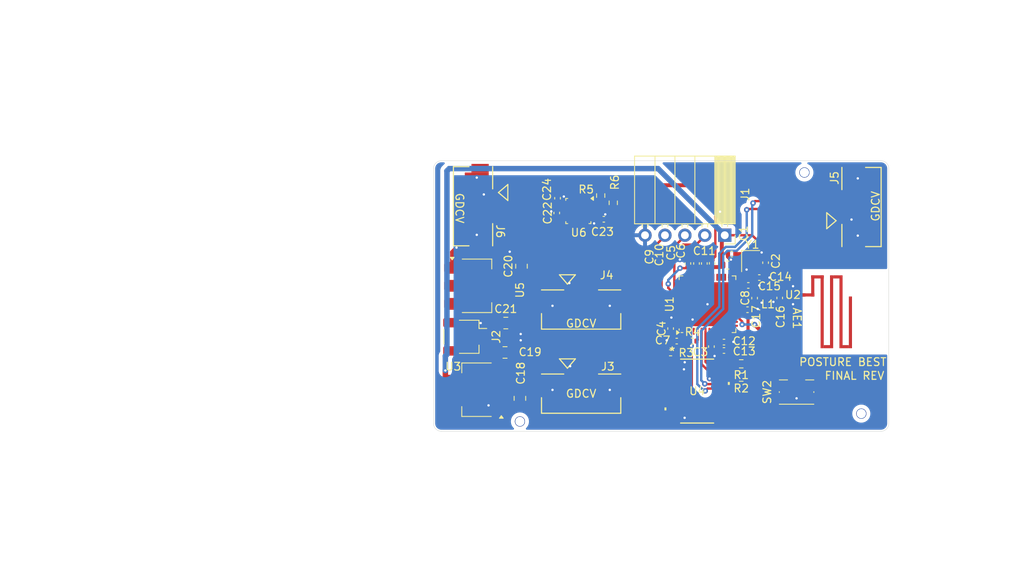
<source format=kicad_pcb>
(kicad_pcb (version 20240108) (generator "pcbnew") (generator_version "8.0")
  (layers (0 "F.Cu" signal) (31 "B.Cu" power) (34 "B.Paste" user) (35 "F.Paste" user) (36 "B.SilkS" user "B.Silkscreen") (37 "F.SilkS" user "F.Silkscreen") (38 "B.Mask" user) (39 "F.Mask" user) (44 "Edge.Cuts" user))
  (net 0 "")
  (net 1 "GND")
  (net 2 "+3.3V")
  (net 5 "Net-(U1-PB8)")
  (net 10 "Net-(U1-OSC_IN)")
  (net 14 "Net-(U1-OSC_OUT)")
  (net 17 "Net-(U1-PB9)")
  (net 19 "Net-(U1-NRST(PB11))")
  (net 23 "LB_CLK")
  (net 26 "RF_OUT")
  (net 27 "+3.3VA")
  (net 30 "LB_DA")
  (net 31 "Net-(U1-PA6)")
  (net 38 "VBUS")
  (net 39 "Net-(U4-*RESET)")
  (net 40 "RS_DA")
  (net 41 "Net-(U2-IN)")
  (net 42 "Net-(AE1-A)")
  (net 43 "RS_CLK")
  (net 44 "MB_DA")
  (net 45 "MB_CLK")
  (net 46 "LS_DA")
  (net 47 "LS_CLK")
  (net 48 "Net-(U1-PH3)")
  (net 49 "Net-(U4-SD0)")
  (net 50 "+1V8")
  (net 51 "Net-(U4-SC0)")
  (net 52 "Net-(J1-Pin_3)")
  (net 53 "SWO")
  (net 69 "Net-(U6-REGOUT)")
  (net 76 "Net-(J1-Pin_2)")
  (footprint "Sensor_Motion:InvenSense_QFN-24_3x3mm_P0.4mm" (layer "F.Cu") (at 173.443101 72.413101 -90)
    (property "Reference" "U6")
    (property "Value" "ICM-20948")
  )
  (footprint "Capacitor_SMD:C_0805_2012Metric" (layer "F.Cu") (at 164.2 86.7)
    (property "Reference" "C21")
    (property "Value" "22u")
  )
  (footprint "Capacitor_SMD:C_0402_1005Metric" (layer "F.Cu") (at 189.5 79.1 90)
    (property "Reference" "C5")
    (property "Value" "100n")
  )
  (footprint "Capacitor_SMD:C_0402_1005Metric" (layer "F.Cu") (at 190.4 89.7 -90)
    (property "Reference" "C3")
    (property "Value" "0.1uF")
  )
  (footprint "Capacitor_SMD:C_0402_1005Metric" (layer "F.Cu") (at 192 90.2)
    (property "Reference" "C13")
    (property "Value" "1u")
  )
  (footprint "Package_TO_SOT_SMD:SOT-223-3_TabPin2" (layer "F.Cu") (at 160.5 81.95)
    (property "Reference" "U5")
    (property "Value" "AMS1117-1.8")
  )
  (footprint "Connector_PinSocket_2.54mm:PinSocket_1x05_P2.54mm_Horizontal" (layer "F.Cu") (at 192.1 75.5 -90)
    (property "Reference" "J1")
    (property "Value" "Conn_01x05_Socket")
  )
  (footprint "Resistor_SMD:R_0603_1608Metric" (layer "F.Cu") (at 176.293101 70.438101 90)
    (property "Reference" "R5")
    (property "Value" "1k2")
  )
  (footprint "pcb_antenna:meander_antenna_stm32wb10cc" (layer "F.Cu") (at 202.0125 83.1625)
    (property "Reference" "AE1")
    (property "Value" "Antenna")
  )
  (footprint "Capacitor_SMD:C_0402_1005Metric" (layer "F.Cu") (at 192 89.13)
    (property "Reference" "C12")
    (property "Value" "10n")
  )
  (footprint "external_footprints:CON_527450897_MOL" (layer "F.Cu") (at 160.025 71.800003 -90)
    (property "Reference" "J6")
    (property "Value" "LEFTSHOULDER")
  )
  (footprint "external_footprints:CON_527450897_MOL" (layer "F.Cu") (at 173.8 84.975)
    (property "Reference" "J4")
    (property "Value" "MIDBACK")
  )
  (footprint "Connector_JST:JST_SH_SM02B-SRSS-TB_1x02-1MP_P1.00mm_Horizontal" (layer "F.Cu") (at 159 88.45 -90)
    (property "Reference" "J2")
    (property "Value" "JST 1x2")
  )
  (footprint "Capacitor_SMD:C_0402_1005Metric" (layer "F.Cu") (at 187.4 79.1 90)
    (property "Reference" "C9")
    (property "Value" "100n")
  )
  (footprint "Capacitor_SMD:C_0402_1005Metric" (layer "F.Cu") (at 170.793101 70.783101 90)
    (property "Reference" "C24")
    (property "Value" "0.1u")
  )
  (footprint "external_footprints:jlcpcb_tooling_hole" (layer "F.Cu") (at 202.25 67.5)
    (property "Reference" "REF**" (hide yes))
    (property "Value" "jlcpcb_tooling_hole")
  )
  (footprint "Capacitor_SMD:C_0402_1005Metric" (layer "F.Cu") (at 190.5 79.08 90)
    (property "Reference" "C6")
    (property "Value" "100n")
  )
  (footprint "Capacitor_SMD:C_0402_1005Metric" (layer "F.Cu") (at 199.1 83.5 -90)
    (property "Reference" "C16")
    (property "Value" "0.3p")
  )
  (footprint "Resistor_SMD:R_0603_1608Metric" (layer "F.Cu") (at 194.2 93.6 180)
    (property "Reference" "R2")
    (property "Value" "4k7")
  )
  (footprint "Capacitor_SMD:C_0402_1005Metric" (layer "F.Cu") (at 170.693101 72.663101 90)
    (property "Reference" "C22")
    (property "Value" "0.1u")
  )
  (footprint "Capacitor_SMD:C_0402_1005Metric" (layer "F.Cu") (at 188.5 79.1 90)
    (property "Reference" "C10")
    (property "Value" "100n")
  )
  (footprint "Capacitor_SMD:C_0402_1005Metric" (layer "F.Cu") (at 195.1 81.9)
    (property "Reference" "C15")
    (property "Value" "100p")
  )
  (footprint "Capacitor_SMD:C_0603_1608Metric" (layer "F.Cu") (at 192.5 79.3)
    (property "Reference" "C11")
    (property "Value" "4u7")
  )
  (footprint "Button_Switch_SMD:SW_Push_1P1T-SH_NO_CK_KMR2xxG" (layer "F.Cu") (at 201.25 95.5)
    (property "Reference" "SW2")
    (property "Value" "SW_Push")
  )
  (footprint "Capacitor_SMD:C_0402_1005Metric" (layer "F.Cu") (at 192.98 77.9 180)
    (property "Reference" "C1")
    (property "Value" "10p")
  )
  (footprint "external_footprints:jlcpcb_tooling_hole" (layer "F.Cu") (at 209.5 98.25)
    (property "Reference" "REF**" (hide yes))
    (property "Value" "jlcpcb_tooling_hole")
  )
  (footprint "external_footprints:PW24_TEX" (layer "F.Cu") (at 188.579 95.374999)
    (property "Reference" "U4")
    (property "Value" "TCA9548APWR")
  )
  (footprint "Capacitor_SMD:C_0402_1005Metric" (layer "F.Cu") (at 197.3 79 90)
    (property "Reference" "C2")
    (property "Value" "10p")
  )
  (footprint "Capacitor_SMD:C_0402_1005Metric" (layer "F.Cu") (at 185.2 87.4 90)
    (property "Reference" "C4")
    (property "Value" "100n")
  )
  (footprint "Resistor_SMD:R_0603_1608Metric" (layer "F.Cu") (at 194.2 91.9 180)
    (property "Reference" "R1")
    (property "Value" "4k7")
  )
  (footprint "Resistor_SMD:R_0402_1005Metric" (layer "F.Cu") (at 187.99 89)
    (property "Reference" "R4")
    (property "Value" "10k")
  )
  (footprint "Capacitor_SMD:C_0402_1005Metric" (layer "F.Cu") (at 196.5 80.9)
    (property "Reference" "C14")
    (property "Value" "100n")
  )
  (footprint "Capacitor_SMD:C_0402_1005Metric" (layer "F.Cu") (at 185.98 89 180)
    (property "Reference" "C7")
    (property "Value" "100n")
  )
  (footprint "Package_DFN_QFN:QFN-48-1EP_7x7mm_P0.5mm_EP5.6x5.6mm" (layer "F.Cu") (at 189.9 84.3 90)
    (property "Reference" "U1")
    (property "Value" "STM32WB10CCUx")
  )
  (footprint "Inductor_SMD:L_0402_1005Metric" (layer "F.Cu") (at 197.5 83)
    (property "Reference" "L1")
    (property "Value" "2.7n")
  )
  (footprint "external_footprints:CON_527450897_MOL" (layer "F.Cu") (at 173.8 95.7)
    (property "Reference" "J3")
    (property "Value" "LOWERBACK")
  )
  (footprint "Capacitor_SMD:C_0805_2012Metric" (layer "F.Cu") (at 166.2 79.45 90)
    (property "Reference" "C20")
    (property "Value" "22u")
  )
  (footprint "external_footprints:CON_527450897_MOL" (layer "F.Cu") (at 209.52607 71.9 90)
    (property "Reference" "J5")
    (property "Value" "RIGHTSHOULDER")
  )
  (footprint "external_footprints:jlcpcb_tooling_hole" (layer "F.Cu") (at 166 99.25)
    (property "Reference" "REF**" (hide yes))
    (property "Value" "jlcpcb_tooling_hole")
  )
  (footprint "Capacitor_SMD:C_0402_1005Metric" (layer "F.Cu") (at 195 85)
    (property "Reference" "C8")
    (property "Value" "100n")
  )
  (footprint "Package_TO_SOT_SMD:SOT-223-3_TabPin2" (layer "F.Cu") (at 160.5 95.2 180)
    (property "Reference" "U3")
    (property "Value" "AMS1117-3.3")
  )
  (footprint "Crystal:Crystal_SMD_2016-4Pin_2.0x1.6mm" (layer "F.Cu") (at 195.4 78.8 -90)
    (property "Reference" "Y1")
    (property "Value" "32MHz")
  )
  (footprint "Capacitor_SMD:C_0402_1005Metric" (layer "F.Cu") (at 195.9 83.52 -90)
    (property "Reference" "C17")
    (property "Value" "0.8p")
  )
  (footprint "external_footprints:DLF-4_1P6X0P8" (layer "F.Cu") (at 200.7904 83.1)
    (property "Reference" "U2")
    (property "Value" "DLF162500LT-5028A1")
  )
  (footprint "Resistor_SMD:R_0402_1005Metric" (layer "F.Cu") (at 185.2 90.5 180)
    (property "Reference" "R3")
    (property "Value" "4k7")
  )
  (footprint "Capacitor_SMD:C_0805_2012Metric" (layer "F.Cu") (at 166 96.3 -90)
    (property "Reference" "C18")
    (property "Value" "22u")
  )
  (footprint "Capacitor_SMD:C_0402_1005Metric" (layer "F.Cu") (at 176.693101 73.463101)
    (property "Reference" "C23")
    (property "Value" "0.1u")
  )
  (footprint "Capacitor_SMD:C_0805_2012Metric" (layer "F.Cu") (at 164.1 90.45)
    (property "Reference" "C19")
    (property "Value" "22u")
  )
  (footprint "Resistor_SMD:R_0603_1608Metric" (layer "F.Cu") (at 177.893101 71.363101 90)
    (property "Reference" "R6")
    (property "Value" "1k2")
  )
  (gr_line (start 156 66) (end 212 66) (stroke (width 0.05)) (layer "Edge.Cuts"))
  (gr_line (start 212 100.5) (end 156 100.5) (stroke (width 0.05)) (layer "Edge.Cuts"))
  (gr_arc (start 212 66) (mid 212.707107 66.292893) (end 213 67) (stroke (width 0.05)) (layer "Edge.Cuts"))
  (gr_arc (start 156 100.5) (mid 155.292893 100.207107) (end 155 99.5) (stroke (width 0.05)) (layer "Edge.Cuts"))
  (gr_line (start 213 67) (end 213 99.5) (stroke (width 0.05)) (layer "Edge.Cuts"))
  (gr_line (start 155 99.5) (end 155 67) (stroke (width 0.05)) (layer "Edge.Cuts"))
  (gr_arc (start 213 99.5) (mid 212.707107 100.207107) (end 212 100.5) (stroke (width 0.05)) (layer "Edge.Cuts"))
  (gr_arc (start 155 67) (mid 155.292893 66.292893) (end 156 66) (stroke (width 0.05)) (layer "Edge.Cuts"))
  (gr_text "POSTURE BEST" (at 201.5 92.25 0) (layer "F.SilkS") (effects (font (size 1 1)) (justify left bottom)))
  (gr_text "FINAL REV" (at 204.75 94 0) (layer "F.SilkS") (effects (font (size 1 1)) (justify left bottom)))
  (segment (start 199.2 96.3) (end 201.25 96.3) (width 0.5) (layer "F.Cu") (net 1))
  (segment (start 199.1 83.98) (end 198.32 83.98) (width 0.3) (layer "F.Cu") (net 1))
  (segment (start 186.9 91.8) (end 187 91.7) (width 0.5) (layer "F.Cu") (net 1))
  (segment (start 191.5 72.5) (end 190.9 73.1) (width 0.3) (layer "F.Cu") (net 1))
  (segment (start 170.273101 72.183101) (end 169.993101 72.463101) (width 0.2) (layer "F.Cu") (net 1))
  (segment (start 207.12607 73.649996) (end 208.100004 73.649996) (width 0.5) (layer "F.Cu") (net 1))
  (segment (start 175.314461 73.013101) (end 174.943101 73.013101) (width 0.2) (layer "F.Cu") (net 1))
  (segment (start 191.65 82.55) (end 189.9 84.3) (width 0.2) (layer "F.Cu") (net 1))
  (segment (start 175.518101 73.216741) (end 175.314461 73.013101) (width 0.2) (layer "F.Cu") (net 1))
  (segment (start 192.887616 78.609845) (end 192.5 78.222229) (width 0.5) (layer "F.Cu") (net 1))
  (segment (start 191.5 93.750001) (end 190.199125 93.750001) (width 0.3) (layer "F.Cu") (net 1))
  (segment (start 189.9 84.35) (end 188 86.25) (width 0.5) (layer "F.Cu") (net 1))
  (segment (start 175.518101 73.216741) (end 175.518101 73.925475) (width 0.2) (layer "F.Cu") (net 1))
  (segment (start 201.25 96.3) (end 203.3 96.3) (width 0.5) (layer "F.Cu") (net 1))
  (segment (start 165.15 87.15) (end 166.1 88.1) (width 0.5) (layer "F.Cu") (net 1))
  (segment (start 187.48 89) (end 187.48 89.260846) (width 0.3) (layer "F.Cu") (net 1))
  (segment (start 161.550006 70.450006) (end 162.425 70.450006) (width 0.5) (layer "F.Cu") (net 1))
  (segment (start 166.2 78.5) (end 165.6 78.5) (width 0.5) (layer "F.Cu") (net 1))
  (segment (start 190.4 90.5) (end 190.4 90.18) (width 0.3) (layer "F.Cu") (net 1))
  (segment (start 184.8 89) (end 184.7 88.9) (width 0.5) (layer "F.Cu") (net 1))
  (segment (start 192.5 78.222229) (end 192.5 77.9) (width 0.5) (layer "F.Cu") (net 1))
  (segment (start 172.4 92.2) (end 172.450004 92.250004) (width 0.5) (layer "F.Cu") (net 1))
  (segment (start 175.45 73.993576) (end 175.369525 73.913101) (width 0.2) (layer "F.Cu") (net 1))
  (segment (start 170.723101 72.213101) (end 170.693101 72.183101) (width 0.2) (layer "F.Cu") (net 1))
  (segment (start 175.518101 73.925475) (end 175.45 73.993576) (width 0.2) (layer "F.Cu") (net 1))
  (segment (start 195.58 81.9) (end 196.5 81.9) (width 0.2) (layer "F.Cu") (net 1))
  (segment (start 185.2 86.92) (end 185.2 86.1) (width 0.3) (layer "F.Cu") (net 1))
  (segment (start 161 87.95) (end 161 86.7) (width 0.5) (layer "F.Cu") (net 1))
  (segment (start 172.050004 82.575) (end 172.050004 81.849996) (width 0.5) (layer "F.Cu") (net 1))
  (segment (start 208.25 73.5) (end 207.999996 73.249996) (width 0.5) (layer "F.Cu") (net 1))
  (segment (start 163.95 97.2) (end 163.65 97.5) (width 0.5) (layer "F.Cu") (net 1))
  (segment (start 198.32 83.98) (end 198.3 84) (width 0.3) (layer "F.Cu") (net 1))
  (segment (start 177.173101 73.463101) (end 177.173101 73.136288) (width 0.5) (layer "F.Cu") (net 1))
  (segment (start 175.369525 73.913101) (end 174.443101 73.913101) (width 0.2) (layer "F.Cu") (net 1))
  (segment (start 172.450003 81.750003) (end 172.450003 82.569235) (width 0.5) (layer "F.Cu") (net 1))
  (segment (start 195.95 78.1) (end 196.4 78.1) (width 0.5) (layer "F.Cu") (net 1))
  (segment (start 189.9 84.3) (end 189.9 84.35) (width 0.5) (layer "F.Cu") (net 1))
  (segment (start 196.98 80.9) (end 197.8 80.9) (width 0.3) (layer "F.Cu") (net 1))
  (segment (start 165.15 86.7) (end 165.15 87.15) (width 0.5) (layer "F.Cu") (net 1))
  (segment (start 189.15 83.55) (end 189.9 84.3) (width 0.2) (layer "F.Cu") (net 1))
  (segment (start 200.7904 82.8714) (end 200.7904 82.0096) (width 0.3) (layer "F.Cu") (net 1))
  (segment (start 172.3 81.6) (end 172.450003 81.750003) (width 0.5) (layer "F.Cu") (net 1))
  (segment (start 172.050004 81.849996) (end 172.3 81.6) (width 0.5) (layer "F.Cu") (net 1))
  (segment (start 186.749999 92.449999) (end 186.9 92.6) (width 0.5) (layer "F.Cu") (net 1))
  (segment (start 171.943101 72.213101) (end 170.723101 72.213101) (width 0.2) (layer "F.Cu") (net 1))
  (segment (start 162.3 97.5) (end 162 97.2) (width 0.5) (layer "F.Cu") (net 1))
  (segment (start 190.199125 93.750001) (end 190.162719 93.786407) (width 0.3) (layer "F.Cu") (net 1))
  (segment (start 185.2 86.1) (end 185.3 86) (width 0.3) (layer "F.Cu") (net 1))
  (segment (start 165.75 97.2) (end 163.95 97.2) (width 0.5) (layer "F.Cu") (net 1))
  (segment (start 190.9 78.2) (end 190.5 78.6) (width 0.3) (layer "F.Cu") (net 1))
  (segment (start 186.82143 98.949998) (end 186.985714 98.785714) (width 0.4) (layer "F.Cu") (net 1))
  (segment (start 196.4 78.1) (end 196.8 77.7) (width 0.5) (layer "F.Cu") (net 1))
  (segment (start 185.5 89) (end 184.8 89) (width 0.5) (layer "F.Cu") (net 1))
  (segment (start 194.85 79.85) (end 194.85 79.5) (width 0.3) (layer "F.Cu") (net 1))
  (segment (start 163.65 97.5) (end 162.3 97.5) (width 0.5) (layer "F.Cu") (net 1))
  (segment (start 172.450004 92.250004) (end 172.450004 93.3) (width 0.5) (layer "F.Cu") (net 1))
  (segment (start 193.3375 82.55) (end 191.65 82.55) (width 0.2) (layer "F.Cu") (net 1))
  (segment (start 165.05 89.95) (end 166.1 88.9) (width 0.5) (layer "F.Cu") (net 1))
  (segment (start 207.999996 73.249996) (end 207.12607 73.249996) (width 0.5) (layer "F.Cu") (net 1))
  (segment (start 190.8 90.9) (end 190.4 90.5) (width 0.3) (layer "F.Cu") (net 1))
  (segment (start 172.050004 92.549996) (end 172.4 92.2) (width 0.5) (layer "F.Cu") (net 1))
  (segment (start 177.173101 73.136288) (end 176.874913 72.8381) (width 0.5) (layer "F.Cu") (net 1))
  (segment (start 194.880025 79.880025) (end 194.85 79.85) (width 0.3) (layer "F.Cu") (net 1))
  (segment (start 157.35 77.646) (end 157.35 79.65) (width 0.5) (layer "F.Cu") (net 1))
  (segment (start 187.48 89.260846) (end 187.817567 89.598413) (width 0.3) (layer "F.Cu") (net 1))
  (segment (start 192.887616 78.609845) (end 192.887616 78.912616) (width 0.5) (layer "F.Cu") (net 1))
  (segment (start 185.658 91.8) (end 186.9 91.8) (width 0.5) (layer "F.Cu") (net 1))
  (segment (start 170.693101 72.183101) (end 170.273101 72.183101) (width 0.2) (layer "F.Cu") (net 1))
  (segment (start 185.658 98.949998) (end 186.82143 98.949998) (width 0.4) (layer "F.Cu") (net 1))
  (segment (start 193.17 89.13) (end 193.2 89.1) (width 0.3) (layer "F.Cu") (net 1))
  (segment (start 208.100004 73.649996) (end 208.25 73.5) (width 0.5) (layer "F.Cu") (net 1))
  (segment (start 196.2 85) (end 196.3 84.9) (width 0.3) (layer "F.Cu") (net 1))
  (segment (start 192.48 89.13) (end 192.48 90.2) (width 0.3) (layer "F.Cu") (net 1))
  (segment (start 157.92 77.076) (end 157.35 77.646) (width 0.5) (layer "F.Cu") (net 1))
  (segment (start 197.3 78.2) (end 196.8 77.7) (width 0.5) (layer "F.Cu") (net 1))
  (segment (start 200.7904 84.2904) (end 200.8 84.3) (width 0.3) (layer "F.Cu") (net 1))
  (segment (start 192.48 89.13) (end 193.17 89.13) (width 0.3) (layer "F.Cu") (net 1))
  (segment (start 171.333101 70.303101) (end 171.593101 70.563101) (width 0.2) (layer "F.Cu") (net 1))
  (segment (start 161.4 70.3) (end 161.550006 70.450006) (width 0.5) (layer "F.Cu") (net 1))
  (segment (start 162.425 70.050007) (end 161.649993 70.050007) (width 0.5) (layer "F.Cu") (net 1))
  (segment (start 189.15 80.8625) (end 189.15 83.55) (width 0.2) (layer "F.Cu") (net 1))
  (segment (start 200.7904 82.0096) (end 200.8 82) (width 0.3) (layer "F.Cu") (net 1))
  (segment (start 172.050004 93.3) (end 172.050004 92.549996) (width 0.5) (layer "F.Cu") (net 1))
  (segment (start 190.5 78.6) (end 186.375 78.6) (width 0.5) (layer "F.Cu") (net 1))
  (segment (start 195.48 85) (end 196.2 85) (width 0.3) (layer "F.Cu") (net 1))
  (segment (start 195.9 84) (end 196.7 84) (width 0.3) (layer "F.Cu") (net 1))
  (segment (start 192.887616 78.912616) (end 193.275 79.3) (width 0.5) (layer "F.Cu") (net 1))
  (segment (start 200.7904 83.3286) (end 200.7904 84.2904) (width 0.3) (layer "F.Cu") (net 1))
  (segment (start 165.05 90.45) (end 165.05 89.95) (width 0.5) (layer "F.Cu") (net 1))
  (segment (start 197.3 78.52) (end 197.3 78.2) (width 0.5) (layer "F.Cu") (net 1))
  (segment (start 170.793101 70.303101) (end 171.333101 70.303101) (width 0.2) (layer "F.Cu") (net 1))
  (segment (start 185.658 92.449999) (end 186.749999 92.449999) (width 0.5) (layer "F.Cu") (net 1))
  (segment (start 190.9 73.1) (end 190.9 78.2) (width 0.3) (layer "F.Cu") (net 1))
  (segment (start 165.6 78.5) (end 164.7 77.6) (width 0.5) (layer "F.Cu") (net 1))
  (segment (start 196.7 84) (end 196.8 84.1) (width 0.3) (layer "F.Cu") (net 1))
  (segment (start 161.649993 70.050007) (end 161.4 70.3) (width 0.5) (layer "F.Cu") (net 1))
  (via (at 196.5 81.9) (size 0.7) (drill 0.3) (layers "F.Cu" "B.Cu") (net 1))
  (via (at 186.9 92.6) (size 0.7) (drill 0.3) (layers "F.Cu" "B.Cu") (net 1))
  (via (at 164.7 77.6) (size 0.7) (drill 0.3) (layers "F.Cu" "B.Cu") (net 1))
  (via (at 209.05107 75.549997) (size 0.7) (drill 0.3) (layers "F.Cu" "B.Cu") (net 1))
  (via (at 161 86.7) (size 0.7) (drill 0.3) (layers "F.Cu" "B.Cu") (net 1))
  (via (at 172.3 81.6) (size 0.7) (drill 0.3) (layers "F.Cu" "B.Cu") (net 1))
  (via (at 196.8 77.7) (size 0.7) (drill 0.3) (layers "F.Cu" "B.Cu") (net 1))
  (via (at 177.449997 95.225) (size 0.7) (drill 0.3) (layers "F.Cu" "B.Cu") (net 1))
  (via (at 194.880025 79.880025) (size 0.7) (drill 0.3) (layers "F.Cu" "B.Cu") (net 1))
  (via (at 166.1 88.1) (size 0.7) (drill 0.3) (layers "F.Cu" "B.Cu") (net 1))
  (via (at 186.375 78.6) (size 0.7) (drill 0.3) (layers "F.Cu" "B.Cu") (net 1))
  (via (at 170.150003 95.225) (size 0.7) (drill 0.3) (layers "F.Cu" "B.Cu") (net 1))
  (via (at 196.3 84.9) (size 0.7) (drill 0.3) (layers "F.Cu" "B.Cu") (net 1))
  (via (at 200.8 82) (size 0.7) (drill 0.3) (layers "F.Cu" "B.Cu") (net 1))
  (via (at 187 91.7) (size 0.7) (drill 0.3) (layers "F.Cu" "B.Cu") (net 1))
  (via (at 190.8 90.9) (size 0.7) (drill 0.3) (layers "F.Cu" "B.Cu") (net 1))
  (via (at 196.8 84.1) (size 0.7) (drill 0.3) (layers "F.Cu" "B.Cu") (net 1))
  (via (at 198.3 84) (size 0.7) (drill 0.3) (layers "F.Cu" "B.Cu") (net 1))
  (via (at 191.5 72.5) (size 0.7) (drill 0.3) (layers "F.Cu" "B.Cu") (net 1))
  (via (at 201.25 96.3) (size 0.7) (drill 0.3) (layers "F.Cu" "B.Cu") (net 1))
  (via (at 208.25 73.5) (size 0.7) (drill 0.3) (layers "F.Cu" "B.Cu") (net 1))
  (via (at 162 97.2) (size 0.7) (drill 0.3) (layers "F.Cu" "B.Cu") (net 1))
  (via (at 188 86.25) (size 0.7) (drill 0.3) (layers "F.Cu" "B.Cu") (net 1))
  (via (at 172.4 92.2) (size 0.7) (drill 0.3) (layers "F.Cu" "B.Cu") (net 1))
  (via (at 193.2 89.1) (size 0.7) (drill 0.3) (layers "F.Cu" "B.Cu") (net 1))
  (via (at 166.1 88.9) (size 0.7) (drill 0.3) (layers "F.Cu" "B.Cu") (net 1))
  (via (at 184.7 88.9) (size 0.7) (drill 0.3) (layers "F.Cu" "B.Cu") (net 1))
  (via (at 200.8 84.3) (size 0.7) (drill 0.3) (layers "F.Cu" "B.Cu") (net 1))
  (via (at 187.817567 89.598413) (size 0.7) (drill 0.3) (layers "F.Cu" "B.Cu") (net 1))
  (via (at 186.985714 98.785714) (size 0.7) (drill 0.3) (layers "F.Cu" "B.Cu") (net 1))
  (via (at 176.874913 72.8381) (size 0.7) (drill 0.3) (layers "F.Cu" "B.Cu") (net 1))
  (via (at 185.3 86) (size 0.7) (drill 0.3) (layers "F.Cu" "B.Cu") (net 1))
  (via (at 197.8 80.9) (size 0.7) (drill 0.3) (layers "F.Cu" "B.Cu") (net 1))
  (via (at 157.92 77.076) (size 0.7) (drill 0.3) (layers "F.Cu" "B.Cu") (net 1))
  (via (at 192.887616 78.609845) (size 0.7) (drill 0.3) (layers "F.Cu" "B.Cu") (net 1))
  (via (at 177.449997 84.5) (size 0.7) (drill 0.3) (layers "F.Cu" "B.Cu") (net 1))
  (via (at 160.5 75.45) (size 0.7) (drill 0.3) (layers "F.Cu" "B.Cu") (net 1))
  (via (at 161.4 70.3) (size 0.7) (drill 0.3) (layers "F.Cu" "B.Cu") (net 1))
  (via (at 190.162719 93.786407) (size 0.7) (drill 0.3) (layers "F.Cu" "B.Cu") (net 1))
  (via (at 170.150003 84.5) (size 0.7) (drill 0.3) (layers "F.Cu" "B.Cu") (net 1))
  (via (at 209.05107 68.250003) (size 0.7) (drill 0.3) (layers "F.Cu" "B.Cu") (net 1))
  (via (at 171.593101 70.563101) (size 0.7) (drill 0.3) (layers "F.Cu" "B.Cu") (net 1))
  (via (at 189.9 84.3) (size 0.7) (drill 0.3) (layers "F.Cu" "B.Cu") (net 1))
  (via (at 175.45 73.993576) (size 0.7) (drill 0.3) (layers "F.Cu" "B.Cu") (net 1))
  (via (at 169.993101 72.463101) (size 0.7) (drill 0.3) (layers "F.Cu" "B.Cu") (net 1))
  (via (at 160.5 68.150006) (size 0.7) (drill 0.3) (layers "F.Cu" "B.Cu") (net 1))
  (segment (start 195.025 91.9) (end 195.066311 91.858689) (width 0.4) (layer "F.Cu") (net 2))
  (segment (start 195.58995 75.5) (end 192.1 75.5) (width 0.3) (layer "F.Cu") (net 2))
  (segment (start 190.5 79.56) (end 187.42 79.56) (width 0.5) (layer "F.Cu") (net 2))
  (segment (start 191.465 79.56) (end 191.725 79.3) (width 0.5) (layer "F.Cu") (net 2))
  (segment (start 195.066311 91.858689) (end 195.066311 85.866311) (width 0.4) (layer "F.Cu") (net 2))
  (segment (start 187.28 79.7) (end 187.4 79.58) (width 0.3) (layer "F.Cu") (net 2))
  (segment (start 195.025 93.6) (end 195.025 91.9) (width 0.5) (layer "F.Cu") (net 2))
  (segment (start 189.65 80.8625) (end 189.65 79.73) (width 0.2) (layer "F.Cu") (net 2))
  (segment (start 188.65 80.8625) (end 188.65 80.120001) (width 0.2) (layer "F.Cu") (net 2))
  (segment (start 187.587783 90.5) (end 187.8 90.712217) (width 0.5) (layer "F.Cu") (net 2))
  (segment (start 194.125 91) (end 195.025 91.9) (width 0.4) (layer "F.Cu") (net 2))
  (segment (start 170.302799 99.602799) (end 187.3 99.602799) (width 0.5) (layer "F.Cu") (net 2))
  (segment (start 156.5 94.35) (end 157.35 95.2) (width 0.7) (layer "F.Cu") (net 2))
  (segment (start 187.15 87.7375) (end 187.15 88.31) (width 0.3) (layer "F.Cu") (net 2))
  (segment (start 188.15 79.93) (end 188.5 79.58) (width 0.2) (layer "F.Cu") (net 2))
  (segment (start 191.725 75.975) (end 192 75.7) (width 0.5) (layer "F.Cu") (net 2))
  (segment (start 163.65 95.2) (end 165.65 95.2) (width 0.5) (layer "F.Cu") (net 2))
  (segment (start 187.15 88.31) (end 186.46 89) (width 0.3) (layer "F.Cu") (net 2))
  (segment (start 188.15 80.8625) (end 188.15 79.93) (width 0.2) (layer "F.Cu") (net 2))
  (segment (start 186.4625 83.05) (end 185.732798 83.05) (width 0.3) (layer "F.Cu") (net 2))
  (segment (start 186.46 88.830001) (end 186.46 89) (width 0.3) (layer "F.Cu") (net 2))
  (segment (start 165.65 95.2) (end 165.75 95.3) (width 0.5) (layer "F.Cu") (net 2))
  (segment (start 194.62 81.853154) (end 195.573154 80.9) (width 0.3) (layer "F.Cu") (net 2))
  (segment (start 185.6325 87.88) (end 185.2 87.88) (width 0.3) (layer "F.Cu") (net 2))
  (segment (start 156.5 92.75) (end 156.5 94.35) (width 0.7) (layer "F.Cu") (net 2))
  (segment (start 194.62 81.9) (end 194.62 81.853154) (width 0.3) (layer "F.Cu") (net 2))
  (segment (start 185.732798 83.05) (end 184.9 82.217202) (width 0.3) (layer "F.Cu") (net 2))
  (segment (start 166 95.3) (end 170.302799 99.602799) (width 0.5) (layer "F.Cu") (net 2))
  (segment (start 184.9 82.217202) (end 184.9 81.7) (width 0.3) (layer "F.Cu") (net 2))
  (segment (start 187.65 80.8625) (end 187.65 79.83) (width 0.2) (layer "F.Cu") (net 2))
  (segment (start 198 77.91005) (end 195.58995 75.5) (width 0.3) (layer "F.Cu") (net 2))
  (segment (start 191.725 79.3) (end 191.725 75.875) (width 0.5) (layer "F.Cu") (net 2))
  (segment (start 193.789386 83.55) (end 194.62 84.380614) (width 0.2) (layer "F.Cu") (net 2))
  (segment (start 185.71 90.5) (end 187.587783 90.5) (width 0.5) (layer "F.Cu") (net 2))
  (segment (start 189.190001 79.58) (end 189.5 79.58) (width 0.2) (layer "F.Cu") (net 2))
  (segment (start 196.673154 80.2) (end 197.586846 80.2) (width 0.3) (layer "F.Cu") (net 2))
  (segment (start 188.65 80.120001) (end 189.190001 79.58) (width 0.2) (layer "F.Cu") (net 2))
  (segment (start 165.75 95.3) (end 166 95.3) (width 0.5) (layer "F.Cu") (net 2))
  (segment (start 189.65 79.73) (end 189.5 79.58) (width 0.2) (layer "F.Cu") (net 2))
  (segment (start 194.47 82.05) (end 194.62 81.9) (width 0.3) (layer "F.Cu") (net 2))
  (segment (start 198 79.786846) (end 198 77.91005) (width 0.3) (layer "F.Cu") (net 2))
  (segment (start 186.4625 87.05) (end 185.6325 87.88) (width 0.3) (layer "F.Cu") (net 2))
  (segment (start 187.8 90.712217) (end 186.46 89.372217) (width 0.5) (layer "F.Cu") (net 2))
  (segment (start 192.3 91) (end 194.125 91) (width 0.4) (layer "F.Cu") (net 2))
  (segment (start 156.85 95.2) (end 163.15 95.2) (width 0.5) (layer "F.Cu") (net 2))
  (segment (start 195.025 98.475) (end 195.025 93.6) (width 0.5) (layer "F.Cu") (net 2))
  (segment (start 185.2 87.88) (end 185.509999 87.88) (width 0.3) (layer "F.Cu") (net 2))
  (segment (start 193.3375 83.55) (end 193.789386 83.55) (width 0.2) (layer "F.Cu") (net 2))
  (segment (start 195.573154 80.9) (end 196.02 80.9) (width 0.3) (layer "F.Cu") (net 2))
  (segment (start 197.586846 80.2) (end 198 79.786846) (width 0.3) (layer "F.Cu") (net 2))
  (segment (start 196.02 80.853154) (end 196.673154 80.2) (width 0.3) (layer "F.Cu") (net 2))
  (segment (start 187.65 79.83) (end 187.4 79.58) (width 0.2) (layer "F.Cu") (net 2))
  (segment (start 187.3 99.602799) (end 193.897201 99.602799) (width 0.5) (layer "F.Cu") (net 2))
  (segment (start 195.066311 85.866311) (end 194.52 85.32) (width 0.4) (layer "F.Cu") (net 2))
  (segment (start 194.52 85.32) (end 194.52 85) (width 0.4) (layer "F.Cu") (net 2))
  (segment (start 187.8 99.102799) (end 187.8 90.712217) (width 0.5) (layer "F.Cu") (net 2))
  (segment (start 193.3375 82.05) (end 194.47 82.05) (width 0.3) (layer "F.Cu") (net 2))
  (segment (start 196.02 80.9) (end 196.02 80.853154) (width 0.3) (layer "F.Cu") (net 2))
  (segment (start 187.3 99.602799) (end 187.8 99.102799) (width 0.5) (layer "F.Cu") (net 2))
  (segment (start 186.46 89.372217) (end 186.46 89) (width 0.5) (layer "F.Cu") (net 2))
  (segment (start 191.725 75.875) (end 192.1 75.5) (width 0.5) (layer "F.Cu") (net 2))
  (segment (start 193.897201 99.602799) (end 195.025 98.475) (width 0.5) (layer "F.Cu") (net 2))
  (segment (start 190.5 79.56) (end 191.465 79.56) (width 0.5) (layer "F.Cu") (net 2))
  (segment (start 186.4 79.7) (end 187.28 79.7) (width 0.3) (layer "F.Cu") (net 2))
  (segment (start 194.62 84.380614) (end 194.62 84.9) (width 0.2) (layer "F.Cu") (net 2))
  (segment (start 191.5 91.8) (end 192.3 91) (width 0.4) (layer "F.Cu") (net 2))
  (segment (start 187.42 79.56) (end 187.4 79.58) (width 0.5) (layer "F.Cu") (net 2))
  (segment (start 185.509999 87.88) (end 186.46 88.830001) (width 0.3) (layer "F.Cu") (net 2))
  (via (at 156.5 92.75) (size 0.7) (drill 0.3) (layers "F.Cu" "B.Cu") (net 2))
  (via (at 186.4 79.7) (size 0.7) (drill 0.3) (layers "F.Cu" "B.Cu") (net 2))
  (via (at 184.9 81.7) (size 0.7) (drill 0.3) (layers "F.Cu" "B.Cu") (net 2))
  (segment (start 156.5 90.9) (end 156.7 90.7) (width 0.7) (layer "B.Cu") (net 2))
  (segment (start 157 67) (end 183.6 67) (width 0.7) (layer "B.Cu") (net 2))
  (segment (start 156.5 92.75) (end 156.5 90.9) (width 0.7) (layer "B.Cu") (net 2))
  (segment (start 183.6 67) (end 192.1 75.5) (width 0.7) (layer "B.Cu") (net 2))
  (segment (start 156.7 67.3) (end 157 67) (width 0.7) (layer "B.Cu") (net 2))
  (segment (start 184.9 81.2) (end 186.4 79.7) (width 0.3) (layer "B.Cu") (net 2))
  (segment (start 184.9 81.7) (end 184.9 81.2) (width 0.3) (layer "B.Cu") (net 2))
  (segment (start 156.7 90.7) (end 156.7 67.3) (width 0.7) (layer "B.Cu") (net 2))
  (segment (start 190.3 93.1) (end 191.5 93.1) (width 0.3) (layer "F.Cu") (net 5))
  (segment (start 192.875 93.1) (end 193.375 93.6) (width 0.3) (layer "F.Cu") (net 5))
  (segment (start 191.5 93.1) (end 192.875 93.1) (width 0.3) (layer "F.Cu") (net 5))
  (segment (start 189.15 91.95) (end 190.3 93.1) (width 0.3) (layer "F.Cu") (net 5))
  (segment (start 189.15 87.7375) (end 189.15 91.95) (width 0.3) (layer "F.Cu") (net 5))
  (segment (start 194.85 78.1) (end 194.85 78.65) (width 0.3) (layer "F.Cu") (net 10))
  (segment (start 194.28419 78.65) (end 194.1 78.83419) (width 0.3) (layer "F.Cu") (net 10))
  (segment (start 194.85 78.65) (end 194.28419 78.65) (width 0.3) (layer "F.Cu") (net 10))
  (segment (start 192.65 80.8625) (end 192.65 80.6) (width 0.2) (layer "F.Cu") (net 10))
  (segment (start 193.46 77.9) (end 194.65 77.9) (width 0.5) (layer "F.Cu") (net 10))
  (segment (start 194.65 77.9) (end 194.85 78.1) (width 0.5) (layer "F.Cu") (net 10))
  (segment (start 194.1 78.83419) (end 194.1 79.9) (width 0.3) (layer "F.Cu") (net 10))
  (segment (start 193.1375 80.8625) (end 192.65 80.8625) (width 0.3) (layer "F.Cu") (net 10))
  (segment (start 194.1 79.9) (end 193.1375 80.8625) (width 0.3) (layer "F.Cu") (net 10))
  (segment (start 193.953532 80.933968) (end 194.816032 80.933968) (width 0.3) (layer "F.Cu") (net 14))
  (segment (start 193.3375 81.55) (end 193.953532 80.933968) (width 0.3) (layer "F.Cu") (net 14))
  (segment (start 195.95 79.5) (end 197.02 79.5) (width 0.3) (layer "F.Cu") (net 14))
  (segment (start 194.816032 80.933968) (end 195.95 79.8) (width 0.3) (layer "F.Cu") (net 14))
  (segment (start 195.95 79.8) (end 195.95 79.5) (width 0.3) (layer "F.Cu") (net 14))
  (segment (start 191.5 92.450001) (end 192.824999 92.450001) (width 0.3) (layer "F.Cu") (net 17))
  (segment (start 189.65 91.65) (end 190.450001 92.450001) (width 0.3) (layer "F.Cu") (net 17))
  (segment (start 190.450001 92.450001) (end 191.5 92.450001) (width 0.3) (layer "F.Cu") (net 17))
  (segment (start 189.65 87.7375) (end 189.65 91.65) (width 0.3) (layer "F.Cu") (net 17))
  (segment (start 192.824999 92.450001) (end 193.375 91.9) (width 0.3) (layer "F.Cu") (net 17))
  (segment (start 190.15 88.97) (end 190.4 89.22) (width 0.3) (layer "F.Cu") (net 19))
  (segment (start 190.15 87.7375) (end 190.15 88.97) (width 0.3) (layer "F.Cu") (net 19))
  (segment (start 174.100005 92.899998) (end 174.100005 93.3) (width 0.4) (layer "F.Cu") (net 23))
  (segment (start 179.6 97.1) (end 179.6 93.534314) (width 0.4) (layer "F.Cu") (net 23))
  (segment (start 174.500003 92.5) (end 174.500003 93.3) (width 0.4) (layer "F.Cu") (net 23))
  (segment (start 185.658 98.299997) (end 180.799997 98.299997) (width 0.4) (layer "F.Cu") (net 23))
  (segment (start 178.565686 92.5) (end 174.500003 92.5) (width 0.4) (layer "F.Cu") (net 23))
  (segment (start 174.500003 92.5) (end 174.100005 92.899998) (width 0.4) (layer "F.Cu") (net 23))
  (segment (start 179.6 93.534314) (end 178.565686 92.5) (width 0.4) (layer "F.Cu") (net 23))
  (segment (start 180.799997 98.299997) (end 179.6 97.1) (width 0.4) (layer "F.Cu") (net 23))
  (segment (start 196.975 83.04) (end 197.015 83) (width 0.3) (layer "F.Cu") (net 26))
  (segment (start 193.3375 83.05) (end 195.89 83.05) (width 0.3) (layer "F.Cu") (net 26))
  (segment (start 195.74 83.04) (end 195.73 83.05) (width 0.2) (layer "F.Cu") (net 26))
  (segment (start 195.89 83.05) (end 195.9 83.04) (width 0.3) (layer "F.Cu") (net 26))
  (segment (start 195.9 83.04) (end 196.975 83.04) (width 0.3) (layer "F.Cu") (net 26))
  (segment (start 190.65 88.26) (end 191.52 89.13) (width 0.3) (layer "F.Cu") (net 27))
  (segment (start 190.65 87.7375) (end 190.65 88.26) (width 0.3) (layer "F.Cu") (net 27))
  (segment (start 191.52 90.2) (end 191.52 89.13) (width 0.3) (layer "F.Cu") (net 27))
  (segment (start 180.2 96.851472) (end 180.2 93.285786) (width 0.4) (layer "F.Cu") (net 30))
  (segment (start 180.2 93.285786) (end 178.814214 91.9) (width 0.4) (layer "F.Cu") (net 30))
  (segment (start 174.100005 91.9) (end 173.500005 92.5) (width 0.4) (layer "F.Cu") (net 30))
  (segment (start 181.048525 97.699997) (end 180.2 96.851472) (width 0.4) (layer "F.Cu") (net 30))
  (segment (start 184.514213 97.699997) (end 181.048525 97.699997) (width 0.4) (layer "F.Cu") (net 30))
  (segment (start 173.500005 92.5) (end 173.100003 92.900002) (width 0.4) (layer "F.Cu") (net 30))
  (segment (start 184.564212 97.649998) (end 184.514213 97.699997) (width 0.4) (layer "F.Cu") (net 30))
  (segment (start 185.658 97.649998) (end 184.564212 97.649998) (width 0.4) (layer "F.Cu") (net 30))
  (segment (start 173.500005 92.5) (end 173.500005 93.5) (width 0.4) (layer "F.Cu") (net 30))
  (segment (start 178.814214 91.9) (end 174.100005 91.9) (width 0.4) (layer "F.Cu") (net 30))
  (segment (start 173.100003 92.900002) (end 173.100003 93.3) (width 0.4) (layer "F.Cu") (net 30))
  (segment (start 203.2 94.8) (end 203.3 94.7) (width 0.5) (layer "F.Cu") (net 31))
  (segment (start 199.2 90.2) (end 195.9 86.9) (width 0.5) (layer "F.Cu") (net 31))
  (segment (start 193.3375 86.05) (end 193.860096 86.05) (width 0.3) (layer "F.Cu") (net 31))
  (segment (start 199.3 94.8) (end 203.2 94.8) (width 0.5) (layer "F.Cu") (net 31))
  (segment (start 194.316311 86.506215) (end 194.316311 86.883969) (width 0.3) (layer "F.Cu") (net 31))
  (segment (start 193.860096 86.05) (end 194.316311 86.506215) (width 0.3) (layer "F.Cu") (net 31))
  (segment (start 199.2 94.7) (end 199.3 94.8) (width 0.5) (layer "F.Cu") (net 31))
  (segment (start 199.2 94.7) (end 199.2 90.2) (width 0.5) (layer "F.Cu") (net 31))
  (via (at 194.316311 86.883969) (size 0.7) (drill 0.3) (layers "F.Cu" "B.Cu") (net 31))
  (via (at 195.9 86.9) (size 0.7) (drill 0.3) (layers "F.Cu" "B.Cu") (net 31))
  (segment (start 195.883969 86.883969) (end 195.9 86.9) (width 0.3) (layer "B.Cu") (net 31))
  (segment (start 194.316311 86.883969) (end 195.883969 86.883969) (width 0.3) (layer "B.Cu") (net 31))
  (segment (start 163.15 92.9) (end 163.15 91.1) (width 0.5) (layer "F.Cu") (net 38))
  (segment (start 163.15 91.1) (end 161 88.95) (width 0.5) (layer "F.Cu") (net 38))
  (segment (start 160.372316 88.95) (end 159.4 87.977684) (width 0.5) (layer "F.Cu") (net 38))
  (segment (start 163.1 86.85) (end 163.25 86.7) (width 0.5) (layer "F.Cu") (net 38))
  (segment (start 161 88.95) (end 160.372316 88.95) (width 0.5) (layer "F.Cu") (net 38))
  (segment (start 163.1 90.45) (end 163.1 86.85) (width 0.5) (layer "F.Cu") (net 38))
  (segment (start 159.4 87.977684) (end 159.4 86.3) (width 0.5) (layer "F.Cu") (net 38))
  (segment (start 159.4 86.3) (end 157.35 84.25) (width 0.5) (layer "F.Cu") (net 38))
  (segment (start 184.5214 93.027799) (end 184.5936 93.099999) (width 0.4) (layer "F.Cu") (net 39))
  (segment (start 184.5214 90.6686) (end 184.5214 93.027799) (width 0.4) (layer "F.Cu") (net 39))
  (segment (start 184.5936 93.099999) (end 185.658 93.099999) (width 0.4) (layer "F.Cu") (net 39))
  (segment (start 184.69 90.5) (end 184.5214 90.6686) (width 0.4) (layer "F.Cu") (net 39))
  (segment (start 194.9 72.25) (end 195.000003 72.149997) (width 0.3) (layer "F.Cu") (net 40))
  (segment (start 195.000003 72.149997) (end 206 72.149997) (width 0.3) (layer "F.Cu") (net 40))
  (segment (start 206 72.149997) (end 207.12607 72.149997) (width 0.3) (layer "F.Cu") (net 40))
  (segment (start 206 72.149997) (end 206.626071 72.149997) (width 0.3) (layer "F.Cu") (net 40))
  (segment (start 189.914858 95.050001) (end 189.617351 95.347508) (width 0.3) (layer "F.Cu") (net 40))
  (segment (start 206.626071 72.149997) (end 207.12607 72.649996) (width 0.3) (layer "F.Cu") (net 40))
  (segment (start 191.5 95.050001) (end 189.914858 95.050001) (width 0.3) (layer "F.Cu") (net 40))
  (via (at 194.9 72.25) (size 0.7) (drill 0.3) (layers "F.Cu" "B.Cu") (net 40))
  (via (at 189.617351 95.347508) (size 0.7) (drill 0.3) (layers "F.Cu" "B.Cu") (net 40))
  (segment (start 191.4 77.820101) (end 191.4 84.6) (width 0.3) (layer "B.Cu") (net 40))
  (segment (start 194.9 75.5) (end 193.414949 76.985051) (width 0.3) (layer "B.Cu") (net 40))
  (segment (start 192.23505 76.985051) (end 191.4 77.820101) (width 0.3) (layer "B.Cu") (net 40))
  (segment (start 193.414949 76.985051) (end 192.23505 76.985051) (width 0.3) (layer "B.Cu") (net 40))
  (segment (start 188.6 94.485245) (end 189.462263 95.347508) (width 0.3) (layer "B.Cu") (net 40))
  (segment (start 189.462263 95.347508) (end 189.617351 95.347508) (width 0.3) (layer "B.Cu") (net 40))
  (segment (start 188.6 87.4) (end 188.6 94.485245) (width 0.3) (layer "B.Cu") (net 40))
  (segment (start 191.4 84.6) (end 188.6 87.4) (width 0.3) (layer "B.Cu") (net 40))
  (segment (start 194.9 72.25) (end 194.9 75.5) (width 0.3) (layer "B.Cu") (net 40))
  (segment (start 198.005 83.02) (end 197.985 83) (width 0.2) (layer "F.Cu") (net 41))
  (segment (start 199.18 83.1) (end 199.1 83.02) (width 0.2) (layer "F.Cu") (net 41))
  (segment (start 199.1 83.02) (end 198.005 83.02) (width 0.2) (layer "F.Cu") (net 41))
  (segment (start 200.1808 83.1) (end 199.18 83.1) (width 0.2) (layer "F.Cu") (net 41))
  (segment (start 202.2125 83.1125) (end 201.4315 83.1125) (width 0.4) (layer "F.Cu") (net 42))
  (segment (start 201.4315 83.1125) (end 201.419 83.1) (width 0.4) (layer "F.Cu") (net 42))
  (segment (start 207.12607 71.649995) (end 207.12607 71.149996) (width 0.3) (layer "F.Cu") (net 43))
  (segment (start 206.626071 71.149996) (end 207.12607 71.649995) (width 0.3) (layer "F.Cu") (net 43))
  (segment (start 189.591112 94.486407) (end 189.554413 94.449708) (width 0.3) (layer "F.Cu") (net 43))
  (segment (start 207.12607 71.149996) (end 205.75 71.149996) (width 0.3) (layer "F.Cu") (net 43))
  (segment (start 195.952498 71.149996) (end 195.704987 71.397507) (width 0.3) (layer "F.Cu") (net 43))
  (segment (start 205.75 71.149996) (end 206.626071 71.149996) (width 0.3) (layer "F.Cu") (net 43))
  (segment (start 191.5 94.4) (end 191.413593 94.486407) (width 0.3) (layer "F.Cu") (net 43))
  (segment (start 205.75 71.149996) (end 195.952498 71.149996) (width 0.3) (layer "F.Cu") (net 43))
  (segment (start 191.413593 94.486407) (end 189.591112 94.486407) (width 0.3) (layer "F.Cu") (net 43))
  (via (at 189.554413 94.449708) (size 0.7) (drill 0.3) (layers "F.Cu" "B.Cu") (net 43))
  (via (at 195.704987 71.397507) (size 0.7) (drill 0.3) (layers "F.Cu" "B.Cu") (net 43))
  (segment (start 195.6 75.507107) (end 193.622056 77.485051) (width 0.3) (layer "B.Cu") (net 43))
  (segment (start 191.9 84.9) (end 189.1 87.7) (width 0.3) (layer "B.Cu") (net 43))
  (segment (start 189.1 87.7) (end 189.1 93.995295) (width 0.3) (layer "B.Cu") (net 43))
  (segment (start 192.442156 77.485051) (end 191.899999 78.027208) (width 0.3) (layer "B.Cu") (net 43))
  (segment (start 193.622056 77.485051) (end 192.442156 77.485051) (width 0.3) (layer "B.Cu") (net 43))
  (segment (start 189.1 93.995295) (end 189.554413 94.449708) (width 0.3) (layer "B.Cu") (net 43))
  (segment (start 195.704987 71.397507) (end 195.6 71.502494) (width 0.3) (layer "B.Cu") (net 43))
  (segment (start 195.6 71.502494) (end 195.6 75.507107) (width 0.3) (layer "B.Cu") (net 43))
  (segment (start 191.899999 80.399999) (end 191.9 84.9) (width 0.3) (layer "B.Cu") (net 43))
  (segment (start 191.899999 78.027208) (end 191.899999 80.399999) (width 0.3) (layer "B.Cu") (net 43))
  (segment (start 174.225 81.175) (end 173.500005 81.899995) (width 0.4) (layer "F.Cu") (net 44))
  (segment (start 173.100003 82.299997) (end 173.100003 82.575) (width 0.4) (layer "F.Cu") (net 44))
  (segment (start 173.500005 81.899995) (end 173.100003 82.299997) (width 0.4) (layer "F.Cu") (net 44))
  (segment (start 178.814214 81.175) (end 174.225 81.175) (width 0.4) (layer "F.Cu") (net 44))
  (segment (start 185.658 96.349998) (end 181.404418 96.349998) (width 0.4) (layer "F.Cu") (net 44))
  (segment (start 180.6 82.960786) (end 178.814214 81.175) (width 0.4) (layer "F.Cu") (net 44))
  (segment (start 181.404418 96.349998) (end 181.4 96.354416) (width 0.4) (layer "F.Cu") (net 44))
  (segment (start 173.500005 81.899995) (end 173.500005 82.575) (width 0.4) (layer "F.Cu") (net 44))
  (segment (start 181.4 92.751472) (end 180.6 91.951472) (width 0.4) (layer "F.Cu") (net 44))
  (segment (start 181.4 96.354416) (end 181.4 92.751472) (width 0.4) (layer "F.Cu") (net 44))
  (segment (start 180.6 91.951472) (end 180.6 82.960786) (width 0.4) (layer "F.Cu") (net 44))
  (segment (start 180.8 96.602944) (end 180.8 93) (width 0.4) (layer "F.Cu") (net 45))
  (segment (start 174.500003 81.775) (end 174.100003 82.175) (width 0.4) (layer "F.Cu") (net 45))
  (segment (start 174.500003 81.775) (end 174.500003 82.575) (width 0.4) (layer "F.Cu") (net 45))
  (segment (start 180 92.2) (end 180 83.209314) (width 0.4) (layer "F.Cu") (net 45))
  (segment (start 178.565686 81.775) (end 174.500003 81.775) (width 0.4) (layer "F.Cu") (net 45))
  (segment (start 180 83.209314) (end 178.565686 81.775) (width 0.4) (layer "F.Cu") (net 45))
  (segment (start 174.100003 82.175) (end 174.100003 82.575) (width 0.4) (layer "F.Cu") (net 45))
  (segment (start 181.197053 96.999997) (end 180.8 96.602944) (width 0.4) (layer "F.Cu") (net 45))
  (segment (start 185.658 96.999997) (end 181.197053 96.999997) (width 0.4) (layer "F.Cu") (net 45))
  (segment (start 180.8 93) (end 180 92.2) (width 0.4) (layer "F.Cu") (net 45))
  (segment (start 163.648534 71.100006) (end 162.425 71.100006) (width 0.4) (layer "F.Cu") (net 46))
  (segment (start 182.749998 95.049998) (end 182.6 94.9) (width 0.4) (layer "F.Cu") (net 46))
  (segment (start 178.824264 78.275736) (end 170.824264 78.275736) (width 0.4) (layer "F.Cu") (net 46))
  (segment (start 181.8 91.454416) (end 181.8 81.251472) (width 0.4) (layer "F.Cu") (net 46))
  (segment (start 164.048534 71.500006) (end 163.648534 71.100006) (width 0.4) (layer "F.Cu") (net 46))
  (segment (start 182.6 94.9) (end 182.6 92.254416) (width 0.4) (layer "F.Cu") (net 46))
  (segment (start 181.8 81.251472) (end 178.824264 78.275736) (width 0.4) (layer "F.Cu") (net 46))
  (segment (start 170.824264 78.275736) (end 164.048534 71.500006) (width 0.4) (layer "F.Cu") (net 46))
  (segment (start 182.6 92.254416) (end 181.8 91.454416) (width 0.4) (layer "F.Cu") (net 46))
  (segment (start 185.658 95.049998) (end 182.749998 95.049998) (width 0.4) (layer "F.Cu") (net 46))
  (segment (start 164.048534 71.500006) (end 162.576472 71.500006) (width 0.4) (layer "F.Cu") (net 46))
  (segment (start 181.2 81.5) (end 178.6 78.9) (width 0.4) (layer "F.Cu") (net 47))
  (segment (start 162.825 72.100006) (end 162.425 72.100006) (width 0.4) (layer "F.Cu") (net 47))
  (segment (start 181.2 91.702944) (end 181.2 81.5) (width 0.4) (layer "F.Cu") (net 47))
  (segment (start 178.6 78.9) (end 170.6 78.9) (width 0.4) (layer "F.Cu") (net 47))
  (segment (start 182 92.502944) (end 181.2 91.702944) (width 0.4) (layer "F.Cu") (net 47))
  (segment (start 170.6 78.9) (end 164.200006 72.500006) (width 0.4) (layer "F.Cu") (net 47))
  (segment (start 163.225 72.500006) (end 162.825 72.100006) (width 0.4) (layer "F.Cu") (net 47))
  (segment (start 182 95.699997) (end 182 92.502944) (width 0.4) (layer "F.Cu") (net 47))
  (segment (start 164.200006 72.500006) (end 163.225 72.500006) (width 0.4) (layer "F.Cu") (net 47))
  (segment (start 163.225 72.500006) (end 162.425 72.500006) (width 0.4) (layer "F.Cu") (net 47))
  (segment (start 185.658 95.699997) (end 182 95.699997) (width 0.4) (layer "F.Cu") (net 47))
  (segment (start 188.65 87.7375) (end 188.65 88.85) (width 0.3) (layer "F.Cu") (net 48))
  (segment (start 188.65 88.85) (end 188.5 89) (width 0.3) (layer "F.Cu") (net 48))
  (segment (start 183.9 91.85736) (end 183.9 93.7) (width 0.4) (layer "F.Cu") (net 49))
  (segment (start 178.768101 75.389573) (end 183 79.621472) (width 0.4) (layer "F.Cu") (net 49))
  (segment (start 183.949998 93.749998) (end 185.658 93.749998) (width 0.4) (layer "F.Cu") (net 49))
  (segment (start 176.293101 71.263101) (end 176.418101 71.388101) (width 0.4) (layer "F.Cu") (net 49))
  (segment (start 176.293101 71.263101) (end 176.318101 71.288101) (width 0.3) (layer "F.Cu") (net 49))
  (segment (start 176.143101 71.413101) (end 176.293101 71.263101) (width 0.2) (layer "F.Cu") (net 49))
  (segment (start 183.9 93.7) (end 183.949998 93.749998) (width 0.4) (layer "F.Cu") (net 49))
  (segment (start 174.943101 71.413101) (end 176.143101 71.413101) (width 0.2) (layer "F.Cu") (net 49))
  (segment (start 183 90.95736) (end 183.9 91.85736) (width 0.4) (layer "F.Cu") (net 49))
  (segment (start 176.418101 71.388101) (end 178.422171 71.388101) (width 0.4) (layer "F.Cu") (net 49))
  (segment (start 178.768101 71.734031) (end 178.768101 75.389573) (width 0.4) (layer "F.Cu") (net 49))
  (segment (start 183 79.621472) (end 183 90.95736) (width 0.4) (layer "F.Cu") (net 49))
  (segment (start 178.422171 71.388101) (end 178.768101 71.734031) (width 0.4) (layer "F.Cu") (net 49))
  (segment (start 171.525004 83.5) (end 174.875004 83.5) (width 0.5) (layer "F.Cu") (net 50))
  (segment (start 168.543101 72.144472) (end 171.192205 74.793576) (width 0.5) (layer "F.Cu") (net 50))
  (segment (start 167.6 69.720006) (end 168.543101 70.663107) (width 0.5) (layer "F.Cu") (net 50))
  (segment (start 205.5 69.125) (end 206.101074 69.125) (width 0.5) (layer "F.Cu") (net 50))
  (segment (start 176.293101 69.613101) (end 176.781202 69.125) (width 0.5) (layer "F.Cu") (net 50))
  (segment (start 158.8 80.5) (end 158.8 76.824999) (width 0.5) (layer "F.Cu") (net 50))
  (segment (start 158.8 76.824999) (end 158.5 76.524999) (width 0.5) (layer "F.Cu") (net 50))
  (segment (start 167.6 69.250006) (end 167.6 69.720006) (width 0.5) (layer "F.Cu") (net 50))
  (segment (start 168.543101 70.663107) (end 168.543101 72.144472) (width 0.5) (layer "F.Cu") (net 50))
  (segment (start 171.192205 74.793576) (end 176.162626 74.793576) (width 0.5) (layer "F.Cu") (net 50))
  (segment (start 163.65 74.275006) (end 162.525001 73.150007) (width 0.5) (layer "F.Cu") (net 50))
  (segment (start 169.193095 70.663107) (end 169.793089 71.263101) (width 0.5) (layer "F.Cu") (net 50))
  (segment (start 171.250003 83.224999) (end 171.525004 83.5) (width 0.5) (layer "F.Cu") (net 50))
  (segment (start 163.65 81.95) (end 170.675002 81.95) (width 0.5) (layer "F.Cu") (net 50))
  (segment (start 176.213101 73.111741) (end 176.213101 73.463101) (width 0.2) (layer "F.Cu") (net 50))
  (segment (start 176.193101 69.513101) (end 176.293101 69.613101) (width 0.5) (layer "F.Cu") (net 50))
  (segment (start 175.550004 93.75) (end 175.550004 93.3) (width 0.5) (layer "F.Cu") (net 50))
  (segment (start 206.924996 70.549996) (end 207.12607 70.549996) (width 0.5) (layer "F.Cu") (net 50))
  (segment (start 174.943101 72.213101) (end 175.314461 72.213101) (width 0.2) (layer "F.Cu") (net 50))
  (segment (start 163.65 74.775007) (end 163.65 74.275006) (width 0.5) (layer "F.Cu") (net 50))
  (segment (start 162.525001 73.150007) (end 162.425 73.150007) (width 0.5) (layer "F.Cu") (net 50))
  (segment (start 158.5 76.524999) (end 158.5 71.9) (width 0.5) (layer "F.Cu") (net 50))
  (segment (start 177.893101 70.538101) (end 177.218101 70.538101) (width 0.5) (layer "F.Cu") (net 50))
  (segment (start 165.2 80.4) (end 163.65 81.95) (width 0.5) (layer "F.Cu") (net 50))
  (segment (start 170.343101 69.513101) (end 176.193101 69.513101) (width 0.5) (layer "F.Cu") (net 50))
  (segment (start 171.250003 89.550003) (end 171.250003 93.949999) (width 0.5) (layer "F.Cu") (net 50))
  (segment (start 176.162626 74.793576) (end 176.25 74.706202) (width 0.5) (layer "F.Cu") (net 50))
  (segment (start 177.218101 70.538101) (end 176.293101 69.613101) (width 0.5) (layer "F.Cu") (net 50))
  (segment (start 175.150004 94.15) (end 175.150004 93.3) (width 0.5) (layer "F.Cu") (net 50))
  (segment (start 171.250003 82.525001) (end 171.250003 83.224999) (width 0.5) (layer "F.Cu") (net 50))
  (segment (start 161.149994 69.250006) (end 167.6 69.250006) (width 0.5) (layer "F.Cu") (net 50))
  (segment (start 163.65 81.95) (end 171.250003 89.550003) (width 0.5) (layer "F.Cu") (net 50))
  (segment (start 171.562626 74.793576) (end 171.192205 74.793576) (width 0.2) (layer "F.Cu") (net 50))
  (segment (start 157.35 81.95) (end 163.65 81.95) (width 0.5) (layer "F.Cu") (net 50))
  (segment (start 171.943101 71.813101) (end 171.343101 71.813101) (width 0.2) (layer "F.Cu") (net 50))
  (segment (start 172.443101 73.913101) (end 171.562626 74.793576) (width 0.2) (layer "F.Cu") (net 50))
  (segment (start 169.193095 70.663107) (end 170.343101 69.513101) (width 0.5) (layer "F.Cu") (net 50))
  (segment (start 175.100004 94.2) (end 175.150004 94.15) (width 0.5) (layer "F.Cu") (net 50))
  (segment (start 174.875004 83.5) (end 175.075004 83.5) (width 0.5) (layer "F.Cu") (net 50))
  (segment (start 171.250003 93.949999) (end 171.500004 94.2) (width 0.5) (layer "F.Cu") (net 50))
  (segment (start 205.5 69.125) (end 206.924996 70.549996) (width 0.5) (layer "F.Cu") (net 50))
  (segment (start 175.550004 82.825) (end 175.550004 82.575) (width 0.5) (layer "F.Cu") (net 50))
  (segment (start 168.543101 70.663107) (end 169.193095 70.663107) (width 0.5) (layer "F.Cu") (net 50))
  (segment (start 163.65 81.95) (end 163.65 74.775007) (width 0.5) (layer "F.Cu") (net 50))
  (segment (start 175.314461 72.213101) (end 176.213101 73.111741) (width 0.2) (layer "F.Cu") (net 50))
  (segment (start 176.25 73.5) (end 176.213101 73.463101) (width 0.5) (layer "F.Cu") (net 50))
  (segment (start 166.2 80.4) (end 165.2 80.4) (width 0.5) (layer "F.Cu") (net 50))
  (segment (start 175.100004 94.2) (end 175.550004 93.75) (width 0.5) (layer "F.Cu") (net 50))
  (segment (start 158.5 71.9) (end 161.149994 69.250006) (width 0.5) (layer "F.Cu") (net 50))
  (segment (start 176.25 74.706202) (end 176.25 73.5) (width 0.5) (layer "F.Cu") (net 50))
  (segment (start 175.075004 83.5) (end 175.150004 83.425) (width 0.5) (layer "F.Cu") (net 50))
  (segment (start 157.35 81.95) (end 158.8 80.5) (width 0.5) (layer "F.Cu") (net 50))
  (segment (start 175.150004 83.425) (end 175.150004 82.575) (width 0.5) (layer "F.Cu") (net 50))
  (segment (start 169.793089 71.263101) (end 170.793101 71.263101) (width 0.5) (layer "F.Cu") (net 50))
  (segment (start 176.781202 69.125) (end 205.5 69.125) (width 0.5) (layer "F.Cu") (net 50))
  (segment (start 174.875004 83.5) (end 175.550004 82.825) (width 0.5) (layer "F.Cu") (net 50))
  (segment (start 206.101074 69.125) (end 207.12607 70.149996) (width 0.5) (layer "F.Cu") (net 50))
  (segment (start 171.500004 94.2) (end 175.100004 94.2) (width 0.5) (layer "F.Cu") (net 50))
  (segment (start 171.343101 71.813101) (end 170.793101 71.263101) (width 0.2) (layer "F.Cu") (net 50))
  (segment (start 170.675002 81.95) (end 171.250003 82.525001) (width 0.5) (layer "F.Cu") (net 50))
  (segment (start 163.65 74.775007) (end 162.425 73.550007) (width 0.5) (layer "F.Cu") (net 50))
  (segment (start 175.655453 71.813101) (end 176.030453 72.188101) (width 0.2) (layer "F.Cu") (net 51))
  (segment (start 183.499997 94.399997) (end 183.2 94.1) (width 0.4) (layer "F.Cu") (net 51))
  (segment (start 177.893101 75.363101) (end 177.893101 72.188101) (width 0.4) (layer "F.Cu") (net 51))
  (segment (start 183.2 94.1) (end 183.2 92.005888) (width 0.4) (layer "F.Cu") (net 51))
  (segment (start 182.4 79.87) (end 177.893101 75.363101) (width 0.4) (layer "F.Cu") (net 51))
  (segment (start 183.2 92.005888) (end 182.4 91.205888) (width 0.4) (layer "F.Cu") (net 51))
  (segment (start 174.943101 71.813101) (end 175.655453 71.813101) (width 0.2) (layer "F.Cu") (net 51))
  (segment (start 182.4 91.205888) (end 182.4 79.87) (width 0.4) (layer "F.Cu") (net 51))
  (segment (start 176.030453 72.188101) (end 177.893101 72.188101) (width 0.2) (layer "F.Cu") (net 51))
  (segment (start 185.658 94.399997) (end 183.499997 94.399997) (width 0.4) (layer "F.Cu") (net 51))
  (segment (start 185.35 83.55) (end 186.4625 83.55) (width 0.3) (layer "F.Cu") (net 52))
  (segment (start 184 78.62) (end 184 78.666547) (width 0.3) (layer "F.Cu") (net 52))
  (segment (start 186.92 75.7) (end 184 78.62) (width 0.3) (layer "F.Cu") (net 52))
  (segment (start 184.05 82.25) (end 185.35 83.55) (width 0.3) (layer "F.Cu") (net 52))
  (segment (start 184.05 78.716547) (end 184.05 82.25) (width 0.3) (layer "F.Cu") (net 52))
  (segment (start 184 78.666547) (end 184.05 78.716547) (width 0.3) (layer "F.Cu") (net 52))
  (segment (start 183.55 82.85) (end 185.25 84.55) (width 0.3) (layer "F.Cu") (net 53))
  (segment (start 183.5 78.873654) (end 183.55 78.923654) (width 0.3) (layer "F.Cu") (net 53))
  (segment (start 183.5 76.58) (end 183.5 78.873654) (width 0.3) (layer "F.Cu") (net 53))
  (segment (start 184.38 75.7) (end 183.5 76.58) (width 0.3) (layer "F.Cu") (net 53))
  (segment (start 185.25 84.55) (end 186.4625 84.55) (width 0.3) (layer "F.Cu") (net 53))
  (segment (start 183.55 78.923654) (end 183.55 82.85) (width 0.3) (layer "F.Cu") (net 53))
  (segment (start 171.943101 72.613101) (end 171.223101 72.613101) (width 0.2) (layer "F.Cu") (net 69))
  (segment (start 171.223101 72.613101) (end 170.693101 73.143101) (width 0.2) (layer "F.Cu") (net 69))
  (segment (start 185.675 77.825) (end 185.675 82.285096) (width 0.3) (layer "F.Cu") (net 76))
  (segment (start 185.939904 82.55) (end 186.4625 82.55) (width 0.3) (layer "F.Cu") (net 76))
  (segment (start 189.46 75.7) (end 188.46 76.7) (width 0.3) (layer "F.Cu") (net 76))
  (segment (start 188.46 76.7) (end 186.8 76.7) (width 0.3) (layer "F.Cu") (net 76))
  (segment (start 186.8 76.7) (end 185.675 77.825) (width 0.3) (layer "F.Cu") (net 76))
  (segment (start 185.675 82.285096) (end 185.939904 82.55) (width 0.3) (layer "F.Cu") (net 76))
  (zone (net 1) (net_name "GND") (layer "B.Cu") (connect_pads (clearance 0.5)) (min_thickness 0.25) (fill yes (thermal_gap 0.5) (thermal_bridge_width 0.5))
    (polygon (pts (xy 101.25 46.5) (xy 230.25 45.5) (xy 230.25 120.25) (xy 99.75 115.75)))
  )
)
</source>
